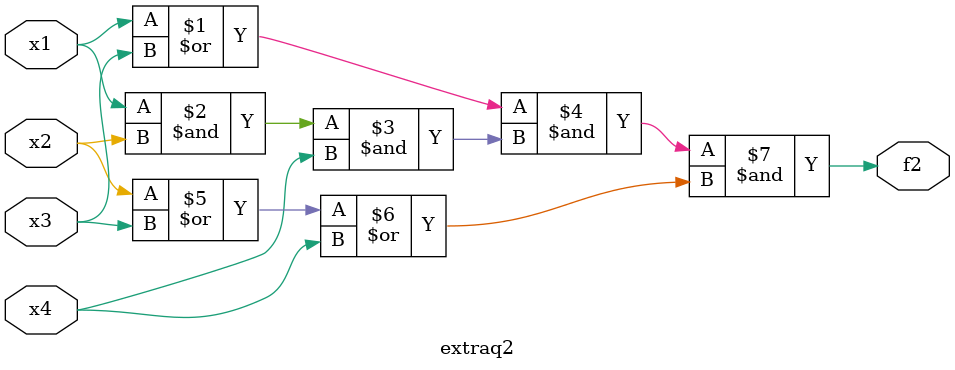
<source format=v>
module extraq2(x1,x2,x3,x4,f2);
	input x1,x2,x3,x4;
	output f2;
	assign f2=(x1|x3)&(x1&x2&x4)&(x2|x3|x4);
endmodule

</source>
